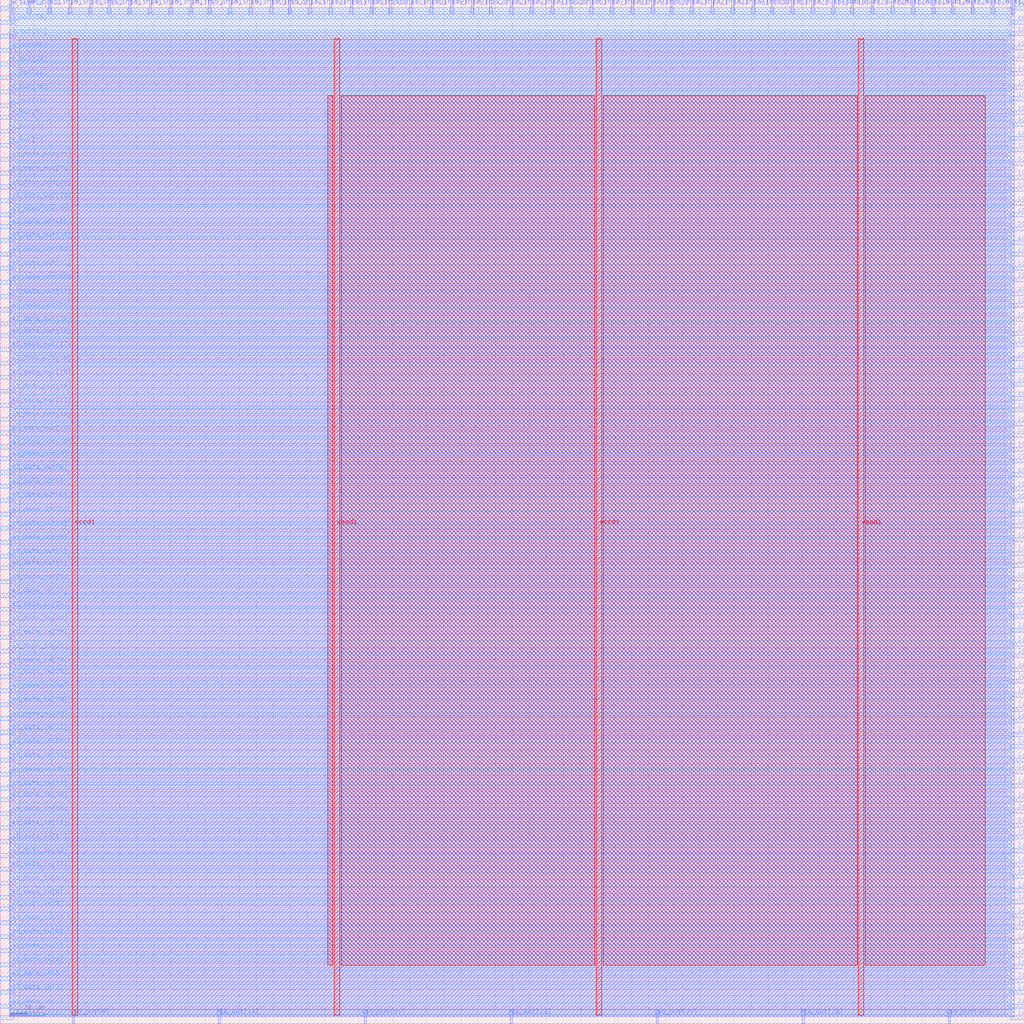
<source format=lef>
VERSION 5.7 ;
  NOWIREEXTENSIONATPIN ON ;
  DIVIDERCHAR "/" ;
  BUSBITCHARS "[]" ;
MACRO wrapped_vgademo_on_fpga
  CLASS BLOCK ;
  FOREIGN wrapped_vgademo_on_fpga ;
  ORIGIN 0.000 0.000 ;
  SIZE 300.000 BY 300.000 ;
  PIN active
    DIRECTION INPUT ;
    USE SIGNAL ;
    PORT
      LAYER met2 ;
        RECT 2.710 296.000 3.270 300.000 ;
    END
  END active
  PIN io_in[0]
    DIRECTION INPUT ;
    USE SIGNAL ;
    PORT
      LAYER met2 ;
        RECT 14.210 296.000 14.770 300.000 ;
    END
  END io_in[0]
  PIN io_in[10]
    DIRECTION INPUT ;
    USE SIGNAL ;
    PORT
      LAYER met2 ;
        RECT 73.090 296.000 73.650 300.000 ;
    END
  END io_in[10]
  PIN io_in[11]
    DIRECTION INPUT ;
    USE SIGNAL ;
    PORT
      LAYER met2 ;
        RECT 79.070 296.000 79.630 300.000 ;
    END
  END io_in[11]
  PIN io_in[12]
    DIRECTION INPUT ;
    USE SIGNAL ;
    PORT
      LAYER met2 ;
        RECT 84.590 296.000 85.150 300.000 ;
    END
  END io_in[12]
  PIN io_in[13]
    DIRECTION INPUT ;
    USE SIGNAL ;
    PORT
      LAYER met2 ;
        RECT 90.570 296.000 91.130 300.000 ;
    END
  END io_in[13]
  PIN io_in[14]
    DIRECTION INPUT ;
    USE SIGNAL ;
    PORT
      LAYER met2 ;
        RECT 96.550 296.000 97.110 300.000 ;
    END
  END io_in[14]
  PIN io_in[15]
    DIRECTION INPUT ;
    USE SIGNAL ;
    PORT
      LAYER met2 ;
        RECT 102.530 296.000 103.090 300.000 ;
    END
  END io_in[15]
  PIN io_in[16]
    DIRECTION INPUT ;
    USE SIGNAL ;
    PORT
      LAYER met2 ;
        RECT 108.510 296.000 109.070 300.000 ;
    END
  END io_in[16]
  PIN io_in[17]
    DIRECTION INPUT ;
    USE SIGNAL ;
    PORT
      LAYER met2 ;
        RECT 114.030 296.000 114.590 300.000 ;
    END
  END io_in[17]
  PIN io_in[18]
    DIRECTION INPUT ;
    USE SIGNAL ;
    PORT
      LAYER met2 ;
        RECT 120.010 296.000 120.570 300.000 ;
    END
  END io_in[18]
  PIN io_in[19]
    DIRECTION INPUT ;
    USE SIGNAL ;
    PORT
      LAYER met2 ;
        RECT 125.990 296.000 126.550 300.000 ;
    END
  END io_in[19]
  PIN io_in[1]
    DIRECTION INPUT ;
    USE SIGNAL ;
    PORT
      LAYER met2 ;
        RECT 20.190 296.000 20.750 300.000 ;
    END
  END io_in[1]
  PIN io_in[20]
    DIRECTION INPUT ;
    USE SIGNAL ;
    PORT
      LAYER met2 ;
        RECT 131.970 296.000 132.530 300.000 ;
    END
  END io_in[20]
  PIN io_in[21]
    DIRECTION INPUT ;
    USE SIGNAL ;
    PORT
      LAYER met2 ;
        RECT 137.950 296.000 138.510 300.000 ;
    END
  END io_in[21]
  PIN io_in[22]
    DIRECTION INPUT ;
    USE SIGNAL ;
    PORT
      LAYER met2 ;
        RECT 143.470 296.000 144.030 300.000 ;
    END
  END io_in[22]
  PIN io_in[23]
    DIRECTION INPUT ;
    USE SIGNAL ;
    PORT
      LAYER met2 ;
        RECT 149.450 296.000 150.010 300.000 ;
    END
  END io_in[23]
  PIN io_in[24]
    DIRECTION INPUT ;
    USE SIGNAL ;
    PORT
      LAYER met2 ;
        RECT 155.430 296.000 155.990 300.000 ;
    END
  END io_in[24]
  PIN io_in[25]
    DIRECTION INPUT ;
    USE SIGNAL ;
    PORT
      LAYER met2 ;
        RECT 161.410 296.000 161.970 300.000 ;
    END
  END io_in[25]
  PIN io_in[26]
    DIRECTION INPUT ;
    USE SIGNAL ;
    PORT
      LAYER met2 ;
        RECT 166.930 296.000 167.490 300.000 ;
    END
  END io_in[26]
  PIN io_in[27]
    DIRECTION INPUT ;
    USE SIGNAL ;
    PORT
      LAYER met2 ;
        RECT 172.910 296.000 173.470 300.000 ;
    END
  END io_in[27]
  PIN io_in[28]
    DIRECTION INPUT ;
    USE SIGNAL ;
    PORT
      LAYER met2 ;
        RECT 178.890 296.000 179.450 300.000 ;
    END
  END io_in[28]
  PIN io_in[29]
    DIRECTION INPUT ;
    USE SIGNAL ;
    PORT
      LAYER met2 ;
        RECT 184.870 296.000 185.430 300.000 ;
    END
  END io_in[29]
  PIN io_in[2]
    DIRECTION INPUT ;
    USE SIGNAL ;
    PORT
      LAYER met2 ;
        RECT 26.170 296.000 26.730 300.000 ;
    END
  END io_in[2]
  PIN io_in[30]
    DIRECTION INPUT ;
    USE SIGNAL ;
    PORT
      LAYER met2 ;
        RECT 190.850 296.000 191.410 300.000 ;
    END
  END io_in[30]
  PIN io_in[31]
    DIRECTION INPUT ;
    USE SIGNAL ;
    PORT
      LAYER met2 ;
        RECT 196.370 296.000 196.930 300.000 ;
    END
  END io_in[31]
  PIN io_in[32]
    DIRECTION INPUT ;
    USE SIGNAL ;
    PORT
      LAYER met2 ;
        RECT 202.350 296.000 202.910 300.000 ;
    END
  END io_in[32]
  PIN io_in[33]
    DIRECTION INPUT ;
    USE SIGNAL ;
    PORT
      LAYER met2 ;
        RECT 208.330 296.000 208.890 300.000 ;
    END
  END io_in[33]
  PIN io_in[34]
    DIRECTION INPUT ;
    USE SIGNAL ;
    PORT
      LAYER met2 ;
        RECT 214.310 296.000 214.870 300.000 ;
    END
  END io_in[34]
  PIN io_in[35]
    DIRECTION INPUT ;
    USE SIGNAL ;
    PORT
      LAYER met2 ;
        RECT 220.290 296.000 220.850 300.000 ;
    END
  END io_in[35]
  PIN io_in[36]
    DIRECTION INPUT ;
    USE SIGNAL ;
    PORT
      LAYER met2 ;
        RECT 225.810 296.000 226.370 300.000 ;
    END
  END io_in[36]
  PIN io_in[37]
    DIRECTION INPUT ;
    USE SIGNAL ;
    PORT
      LAYER met2 ;
        RECT 231.790 296.000 232.350 300.000 ;
    END
  END io_in[37]
  PIN io_in[3]
    DIRECTION INPUT ;
    USE SIGNAL ;
    PORT
      LAYER met2 ;
        RECT 31.690 296.000 32.250 300.000 ;
    END
  END io_in[3]
  PIN io_in[4]
    DIRECTION INPUT ;
    USE SIGNAL ;
    PORT
      LAYER met2 ;
        RECT 37.670 296.000 38.230 300.000 ;
    END
  END io_in[4]
  PIN io_in[5]
    DIRECTION INPUT ;
    USE SIGNAL ;
    PORT
      LAYER met2 ;
        RECT 43.650 296.000 44.210 300.000 ;
    END
  END io_in[5]
  PIN io_in[6]
    DIRECTION INPUT ;
    USE SIGNAL ;
    PORT
      LAYER met2 ;
        RECT 49.630 296.000 50.190 300.000 ;
    END
  END io_in[6]
  PIN io_in[7]
    DIRECTION INPUT ;
    USE SIGNAL ;
    PORT
      LAYER met2 ;
        RECT 55.610 296.000 56.170 300.000 ;
    END
  END io_in[7]
  PIN io_in[8]
    DIRECTION INPUT ;
    USE SIGNAL ;
    PORT
      LAYER met2 ;
        RECT 61.130 296.000 61.690 300.000 ;
    END
  END io_in[8]
  PIN io_in[9]
    DIRECTION INPUT ;
    USE SIGNAL ;
    PORT
      LAYER met2 ;
        RECT 67.110 296.000 67.670 300.000 ;
    END
  END io_in[9]
  PIN io_oeb[0]
    DIRECTION OUTPUT TRISTATE ;
    USE SIGNAL ;
    PORT
      LAYER met3 ;
        RECT 296.000 122.140 300.000 123.340 ;
    END
  END io_oeb[0]
  PIN io_oeb[10]
    DIRECTION OUTPUT TRISTATE ;
    USE SIGNAL ;
    PORT
      LAYER met3 ;
        RECT 296.000 160.220 300.000 161.420 ;
    END
  END io_oeb[10]
  PIN io_oeb[11]
    DIRECTION OUTPUT TRISTATE ;
    USE SIGNAL ;
    PORT
      LAYER met3 ;
        RECT 296.000 164.300 300.000 165.500 ;
    END
  END io_oeb[11]
  PIN io_oeb[12]
    DIRECTION OUTPUT TRISTATE ;
    USE SIGNAL ;
    PORT
      LAYER met3 ;
        RECT 296.000 167.700 300.000 168.900 ;
    END
  END io_oeb[12]
  PIN io_oeb[13]
    DIRECTION OUTPUT TRISTATE ;
    USE SIGNAL ;
    PORT
      LAYER met3 ;
        RECT 296.000 171.780 300.000 172.980 ;
    END
  END io_oeb[13]
  PIN io_oeb[14]
    DIRECTION OUTPUT TRISTATE ;
    USE SIGNAL ;
    PORT
      LAYER met3 ;
        RECT 296.000 175.180 300.000 176.380 ;
    END
  END io_oeb[14]
  PIN io_oeb[15]
    DIRECTION OUTPUT TRISTATE ;
    USE SIGNAL ;
    PORT
      LAYER met3 ;
        RECT 296.000 179.260 300.000 180.460 ;
    END
  END io_oeb[15]
  PIN io_oeb[16]
    DIRECTION OUTPUT TRISTATE ;
    USE SIGNAL ;
    PORT
      LAYER met3 ;
        RECT 296.000 182.660 300.000 183.860 ;
    END
  END io_oeb[16]
  PIN io_oeb[17]
    DIRECTION OUTPUT TRISTATE ;
    USE SIGNAL ;
    PORT
      LAYER met3 ;
        RECT 296.000 186.740 300.000 187.940 ;
    END
  END io_oeb[17]
  PIN io_oeb[18]
    DIRECTION OUTPUT TRISTATE ;
    USE SIGNAL ;
    PORT
      LAYER met3 ;
        RECT 296.000 190.820 300.000 192.020 ;
    END
  END io_oeb[18]
  PIN io_oeb[19]
    DIRECTION OUTPUT TRISTATE ;
    USE SIGNAL ;
    PORT
      LAYER met3 ;
        RECT 296.000 194.220 300.000 195.420 ;
    END
  END io_oeb[19]
  PIN io_oeb[1]
    DIRECTION OUTPUT TRISTATE ;
    USE SIGNAL ;
    PORT
      LAYER met3 ;
        RECT 296.000 126.220 300.000 127.420 ;
    END
  END io_oeb[1]
  PIN io_oeb[20]
    DIRECTION OUTPUT TRISTATE ;
    USE SIGNAL ;
    PORT
      LAYER met3 ;
        RECT 296.000 198.300 300.000 199.500 ;
    END
  END io_oeb[20]
  PIN io_oeb[21]
    DIRECTION OUTPUT TRISTATE ;
    USE SIGNAL ;
    PORT
      LAYER met3 ;
        RECT 296.000 201.700 300.000 202.900 ;
    END
  END io_oeb[21]
  PIN io_oeb[22]
    DIRECTION OUTPUT TRISTATE ;
    USE SIGNAL ;
    PORT
      LAYER met3 ;
        RECT 296.000 205.780 300.000 206.980 ;
    END
  END io_oeb[22]
  PIN io_oeb[23]
    DIRECTION OUTPUT TRISTATE ;
    USE SIGNAL ;
    PORT
      LAYER met3 ;
        RECT 296.000 209.860 300.000 211.060 ;
    END
  END io_oeb[23]
  PIN io_oeb[24]
    DIRECTION OUTPUT TRISTATE ;
    USE SIGNAL ;
    PORT
      LAYER met3 ;
        RECT 296.000 213.260 300.000 214.460 ;
    END
  END io_oeb[24]
  PIN io_oeb[25]
    DIRECTION OUTPUT TRISTATE ;
    USE SIGNAL ;
    PORT
      LAYER met3 ;
        RECT 296.000 217.340 300.000 218.540 ;
    END
  END io_oeb[25]
  PIN io_oeb[26]
    DIRECTION OUTPUT TRISTATE ;
    USE SIGNAL ;
    PORT
      LAYER met3 ;
        RECT 296.000 220.740 300.000 221.940 ;
    END
  END io_oeb[26]
  PIN io_oeb[27]
    DIRECTION OUTPUT TRISTATE ;
    USE SIGNAL ;
    PORT
      LAYER met3 ;
        RECT 296.000 224.820 300.000 226.020 ;
    END
  END io_oeb[27]
  PIN io_oeb[28]
    DIRECTION OUTPUT TRISTATE ;
    USE SIGNAL ;
    PORT
      LAYER met3 ;
        RECT 296.000 228.220 300.000 229.420 ;
    END
  END io_oeb[28]
  PIN io_oeb[29]
    DIRECTION OUTPUT TRISTATE ;
    USE SIGNAL ;
    PORT
      LAYER met3 ;
        RECT 296.000 232.300 300.000 233.500 ;
    END
  END io_oeb[29]
  PIN io_oeb[2]
    DIRECTION OUTPUT TRISTATE ;
    USE SIGNAL ;
    PORT
      LAYER met3 ;
        RECT 296.000 129.620 300.000 130.820 ;
    END
  END io_oeb[2]
  PIN io_oeb[30]
    DIRECTION OUTPUT TRISTATE ;
    USE SIGNAL ;
    PORT
      LAYER met3 ;
        RECT 296.000 236.380 300.000 237.580 ;
    END
  END io_oeb[30]
  PIN io_oeb[31]
    DIRECTION OUTPUT TRISTATE ;
    USE SIGNAL ;
    PORT
      LAYER met3 ;
        RECT 296.000 239.780 300.000 240.980 ;
    END
  END io_oeb[31]
  PIN io_oeb[32]
    DIRECTION OUTPUT TRISTATE ;
    USE SIGNAL ;
    PORT
      LAYER met3 ;
        RECT 296.000 243.860 300.000 245.060 ;
    END
  END io_oeb[32]
  PIN io_oeb[33]
    DIRECTION OUTPUT TRISTATE ;
    USE SIGNAL ;
    PORT
      LAYER met3 ;
        RECT 296.000 247.260 300.000 248.460 ;
    END
  END io_oeb[33]
  PIN io_oeb[34]
    DIRECTION OUTPUT TRISTATE ;
    USE SIGNAL ;
    PORT
      LAYER met3 ;
        RECT 296.000 251.340 300.000 252.540 ;
    END
  END io_oeb[34]
  PIN io_oeb[35]
    DIRECTION OUTPUT TRISTATE ;
    USE SIGNAL ;
    PORT
      LAYER met3 ;
        RECT 296.000 255.420 300.000 256.620 ;
    END
  END io_oeb[35]
  PIN io_oeb[36]
    DIRECTION OUTPUT TRISTATE ;
    USE SIGNAL ;
    PORT
      LAYER met3 ;
        RECT 296.000 258.820 300.000 260.020 ;
    END
  END io_oeb[36]
  PIN io_oeb[37]
    DIRECTION OUTPUT TRISTATE ;
    USE SIGNAL ;
    PORT
      LAYER met3 ;
        RECT 296.000 262.900 300.000 264.100 ;
    END
  END io_oeb[37]
  PIN io_oeb[3]
    DIRECTION OUTPUT TRISTATE ;
    USE SIGNAL ;
    PORT
      LAYER met3 ;
        RECT 296.000 133.700 300.000 134.900 ;
    END
  END io_oeb[3]
  PIN io_oeb[4]
    DIRECTION OUTPUT TRISTATE ;
    USE SIGNAL ;
    PORT
      LAYER met3 ;
        RECT 296.000 137.100 300.000 138.300 ;
    END
  END io_oeb[4]
  PIN io_oeb[5]
    DIRECTION OUTPUT TRISTATE ;
    USE SIGNAL ;
    PORT
      LAYER met3 ;
        RECT 296.000 141.180 300.000 142.380 ;
    END
  END io_oeb[5]
  PIN io_oeb[6]
    DIRECTION OUTPUT TRISTATE ;
    USE SIGNAL ;
    PORT
      LAYER met3 ;
        RECT 296.000 145.260 300.000 146.460 ;
    END
  END io_oeb[6]
  PIN io_oeb[7]
    DIRECTION OUTPUT TRISTATE ;
    USE SIGNAL ;
    PORT
      LAYER met3 ;
        RECT 296.000 148.660 300.000 149.860 ;
    END
  END io_oeb[7]
  PIN io_oeb[8]
    DIRECTION OUTPUT TRISTATE ;
    USE SIGNAL ;
    PORT
      LAYER met3 ;
        RECT 296.000 152.740 300.000 153.940 ;
    END
  END io_oeb[8]
  PIN io_oeb[9]
    DIRECTION OUTPUT TRISTATE ;
    USE SIGNAL ;
    PORT
      LAYER met3 ;
        RECT 296.000 156.140 300.000 157.340 ;
    END
  END io_oeb[9]
  PIN io_out[0]
    DIRECTION OUTPUT TRISTATE ;
    USE SIGNAL ;
    PORT
      LAYER met3 ;
        RECT 296.000 266.300 300.000 267.500 ;
    END
  END io_out[0]
  PIN io_out[10]
    DIRECTION OUTPUT TRISTATE ;
    USE SIGNAL ;
    PORT
      LAYER met3 ;
        RECT 0.000 268.340 4.000 269.540 ;
    END
  END io_out[10]
  PIN io_out[11]
    DIRECTION OUTPUT TRISTATE ;
    USE SIGNAL ;
    PORT
      LAYER met3 ;
        RECT 296.000 277.860 300.000 279.060 ;
    END
  END io_out[11]
  PIN io_out[12]
    DIRECTION OUTPUT TRISTATE ;
    USE SIGNAL ;
    PORT
      LAYER met3 ;
        RECT 296.000 281.940 300.000 283.140 ;
    END
  END io_out[12]
  PIN io_out[13]
    DIRECTION OUTPUT TRISTATE ;
    USE SIGNAL ;
    PORT
      LAYER met3 ;
        RECT 296.000 285.340 300.000 286.540 ;
    END
  END io_out[13]
  PIN io_out[14]
    DIRECTION OUTPUT TRISTATE ;
    USE SIGNAL ;
    PORT
      LAYER met2 ;
        RECT 63.890 0.000 64.450 4.000 ;
    END
  END io_out[14]
  PIN io_out[15]
    DIRECTION OUTPUT TRISTATE ;
    USE SIGNAL ;
    PORT
      LAYER met2 ;
        RECT 255.250 296.000 255.810 300.000 ;
    END
  END io_out[15]
  PIN io_out[16]
    DIRECTION OUTPUT TRISTATE ;
    USE SIGNAL ;
    PORT
      LAYER met3 ;
        RECT 0.000 272.420 4.000 273.620 ;
    END
  END io_out[16]
  PIN io_out[17]
    DIRECTION OUTPUT TRISTATE ;
    USE SIGNAL ;
    PORT
      LAYER met3 ;
        RECT 296.000 289.420 300.000 290.620 ;
    END
  END io_out[17]
  PIN io_out[18]
    DIRECTION OUTPUT TRISTATE ;
    USE SIGNAL ;
    PORT
      LAYER met2 ;
        RECT 261.230 296.000 261.790 300.000 ;
    END
  END io_out[18]
  PIN io_out[19]
    DIRECTION OUTPUT TRISTATE ;
    USE SIGNAL ;
    PORT
      LAYER met2 ;
        RECT 267.210 296.000 267.770 300.000 ;
    END
  END io_out[19]
  PIN io_out[1]
    DIRECTION OUTPUT TRISTATE ;
    USE SIGNAL ;
    PORT
      LAYER met3 ;
        RECT 296.000 270.380 300.000 271.580 ;
    END
  END io_out[1]
  PIN io_out[20]
    DIRECTION OUTPUT TRISTATE ;
    USE SIGNAL ;
    PORT
      LAYER met2 ;
        RECT 273.190 296.000 273.750 300.000 ;
    END
  END io_out[20]
  PIN io_out[21]
    DIRECTION OUTPUT TRISTATE ;
    USE SIGNAL ;
    PORT
      LAYER met2 ;
        RECT 106.670 0.000 107.230 4.000 ;
    END
  END io_out[21]
  PIN io_out[22]
    DIRECTION OUTPUT TRISTATE ;
    USE SIGNAL ;
    PORT
      LAYER met3 ;
        RECT 0.000 276.500 4.000 277.700 ;
    END
  END io_out[22]
  PIN io_out[23]
    DIRECTION OUTPUT TRISTATE ;
    USE SIGNAL ;
    PORT
      LAYER met2 ;
        RECT 149.450 0.000 150.010 4.000 ;
    END
  END io_out[23]
  PIN io_out[24]
    DIRECTION OUTPUT TRISTATE ;
    USE SIGNAL ;
    PORT
      LAYER met2 ;
        RECT 278.710 296.000 279.270 300.000 ;
    END
  END io_out[24]
  PIN io_out[25]
    DIRECTION OUTPUT TRISTATE ;
    USE SIGNAL ;
    PORT
      LAYER met3 ;
        RECT 296.000 292.820 300.000 294.020 ;
    END
  END io_out[25]
  PIN io_out[26]
    DIRECTION OUTPUT TRISTATE ;
    USE SIGNAL ;
    PORT
      LAYER met3 ;
        RECT 0.000 280.580 4.000 281.780 ;
    END
  END io_out[26]
  PIN io_out[27]
    DIRECTION OUTPUT TRISTATE ;
    USE SIGNAL ;
    PORT
      LAYER met2 ;
        RECT 192.230 0.000 192.790 4.000 ;
    END
  END io_out[27]
  PIN io_out[28]
    DIRECTION OUTPUT TRISTATE ;
    USE SIGNAL ;
    PORT
      LAYER met2 ;
        RECT 235.010 0.000 235.570 4.000 ;
    END
  END io_out[28]
  PIN io_out[29]
    DIRECTION OUTPUT TRISTATE ;
    USE SIGNAL ;
    PORT
      LAYER met3 ;
        RECT 296.000 296.900 300.000 298.100 ;
    END
  END io_out[29]
  PIN io_out[2]
    DIRECTION OUTPUT TRISTATE ;
    USE SIGNAL ;
    PORT
      LAYER met3 ;
        RECT 0.000 256.780 4.000 257.980 ;
    END
  END io_out[2]
  PIN io_out[30]
    DIRECTION OUTPUT TRISTATE ;
    USE SIGNAL ;
    PORT
      LAYER met2 ;
        RECT 284.690 296.000 285.250 300.000 ;
    END
  END io_out[30]
  PIN io_out[31]
    DIRECTION OUTPUT TRISTATE ;
    USE SIGNAL ;
    PORT
      LAYER met2 ;
        RECT 290.670 296.000 291.230 300.000 ;
    END
  END io_out[31]
  PIN io_out[32]
    DIRECTION OUTPUT TRISTATE ;
    USE SIGNAL ;
    PORT
      LAYER met3 ;
        RECT 0.000 284.660 4.000 285.860 ;
    END
  END io_out[32]
  PIN io_out[33]
    DIRECTION OUTPUT TRISTATE ;
    USE SIGNAL ;
    PORT
      LAYER met3 ;
        RECT 0.000 288.740 4.000 289.940 ;
    END
  END io_out[33]
  PIN io_out[34]
    DIRECTION OUTPUT TRISTATE ;
    USE SIGNAL ;
    PORT
      LAYER met3 ;
        RECT 0.000 292.820 4.000 294.020 ;
    END
  END io_out[34]
  PIN io_out[35]
    DIRECTION OUTPUT TRISTATE ;
    USE SIGNAL ;
    PORT
      LAYER met2 ;
        RECT 296.650 296.000 297.210 300.000 ;
    END
  END io_out[35]
  PIN io_out[36]
    DIRECTION OUTPUT TRISTATE ;
    USE SIGNAL ;
    PORT
      LAYER met3 ;
        RECT 0.000 296.900 4.000 298.100 ;
    END
  END io_out[36]
  PIN io_out[37]
    DIRECTION OUTPUT TRISTATE ;
    USE SIGNAL ;
    PORT
      LAYER met2 ;
        RECT 277.790 0.000 278.350 4.000 ;
    END
  END io_out[37]
  PIN io_out[3]
    DIRECTION OUTPUT TRISTATE ;
    USE SIGNAL ;
    PORT
      LAYER met3 ;
        RECT 0.000 260.860 4.000 262.060 ;
    END
  END io_out[3]
  PIN io_out[4]
    DIRECTION OUTPUT TRISTATE ;
    USE SIGNAL ;
    PORT
      LAYER met2 ;
        RECT 237.770 296.000 238.330 300.000 ;
    END
  END io_out[4]
  PIN io_out[5]
    DIRECTION OUTPUT TRISTATE ;
    USE SIGNAL ;
    PORT
      LAYER met3 ;
        RECT 0.000 264.940 4.000 266.140 ;
    END
  END io_out[5]
  PIN io_out[6]
    DIRECTION OUTPUT TRISTATE ;
    USE SIGNAL ;
    PORT
      LAYER met2 ;
        RECT 243.750 296.000 244.310 300.000 ;
    END
  END io_out[6]
  PIN io_out[7]
    DIRECTION OUTPUT TRISTATE ;
    USE SIGNAL ;
    PORT
      LAYER met2 ;
        RECT 249.270 296.000 249.830 300.000 ;
    END
  END io_out[7]
  PIN io_out[8]
    DIRECTION OUTPUT TRISTATE ;
    USE SIGNAL ;
    PORT
      LAYER met2 ;
        RECT 21.110 0.000 21.670 4.000 ;
    END
  END io_out[8]
  PIN io_out[9]
    DIRECTION OUTPUT TRISTATE ;
    USE SIGNAL ;
    PORT
      LAYER met3 ;
        RECT 296.000 273.780 300.000 274.980 ;
    END
  END io_out[9]
  PIN la1_data_in[0]
    DIRECTION INPUT ;
    USE SIGNAL ;
    PORT
      LAYER met3 ;
        RECT 0.000 1.100 4.000 2.300 ;
    END
  END la1_data_in[0]
  PIN la1_data_in[10]
    DIRECTION INPUT ;
    USE SIGNAL ;
    PORT
      LAYER met3 ;
        RECT 0.000 40.540 4.000 41.740 ;
    END
  END la1_data_in[10]
  PIN la1_data_in[11]
    DIRECTION INPUT ;
    USE SIGNAL ;
    PORT
      LAYER met3 ;
        RECT 0.000 44.620 4.000 45.820 ;
    END
  END la1_data_in[11]
  PIN la1_data_in[12]
    DIRECTION INPUT ;
    USE SIGNAL ;
    PORT
      LAYER met3 ;
        RECT 0.000 48.700 4.000 49.900 ;
    END
  END la1_data_in[12]
  PIN la1_data_in[13]
    DIRECTION INPUT ;
    USE SIGNAL ;
    PORT
      LAYER met3 ;
        RECT 0.000 52.780 4.000 53.980 ;
    END
  END la1_data_in[13]
  PIN la1_data_in[14]
    DIRECTION INPUT ;
    USE SIGNAL ;
    PORT
      LAYER met3 ;
        RECT 0.000 56.860 4.000 58.060 ;
    END
  END la1_data_in[14]
  PIN la1_data_in[15]
    DIRECTION INPUT ;
    USE SIGNAL ;
    PORT
      LAYER met3 ;
        RECT 0.000 60.940 4.000 62.140 ;
    END
  END la1_data_in[15]
  PIN la1_data_in[16]
    DIRECTION INPUT ;
    USE SIGNAL ;
    PORT
      LAYER met3 ;
        RECT 0.000 65.020 4.000 66.220 ;
    END
  END la1_data_in[16]
  PIN la1_data_in[17]
    DIRECTION INPUT ;
    USE SIGNAL ;
    PORT
      LAYER met3 ;
        RECT 0.000 68.420 4.000 69.620 ;
    END
  END la1_data_in[17]
  PIN la1_data_in[18]
    DIRECTION INPUT ;
    USE SIGNAL ;
    PORT
      LAYER met3 ;
        RECT 0.000 72.500 4.000 73.700 ;
    END
  END la1_data_in[18]
  PIN la1_data_in[19]
    DIRECTION INPUT ;
    USE SIGNAL ;
    PORT
      LAYER met3 ;
        RECT 0.000 76.580 4.000 77.780 ;
    END
  END la1_data_in[19]
  PIN la1_data_in[1]
    DIRECTION INPUT ;
    USE SIGNAL ;
    PORT
      LAYER met3 ;
        RECT 0.000 4.500 4.000 5.700 ;
    END
  END la1_data_in[1]
  PIN la1_data_in[20]
    DIRECTION INPUT ;
    USE SIGNAL ;
    PORT
      LAYER met3 ;
        RECT 0.000 80.660 4.000 81.860 ;
    END
  END la1_data_in[20]
  PIN la1_data_in[21]
    DIRECTION INPUT ;
    USE SIGNAL ;
    PORT
      LAYER met3 ;
        RECT 0.000 84.740 4.000 85.940 ;
    END
  END la1_data_in[21]
  PIN la1_data_in[22]
    DIRECTION INPUT ;
    USE SIGNAL ;
    PORT
      LAYER met3 ;
        RECT 0.000 88.820 4.000 90.020 ;
    END
  END la1_data_in[22]
  PIN la1_data_in[23]
    DIRECTION INPUT ;
    USE SIGNAL ;
    PORT
      LAYER met3 ;
        RECT 0.000 92.900 4.000 94.100 ;
    END
  END la1_data_in[23]
  PIN la1_data_in[24]
    DIRECTION INPUT ;
    USE SIGNAL ;
    PORT
      LAYER met3 ;
        RECT 0.000 96.980 4.000 98.180 ;
    END
  END la1_data_in[24]
  PIN la1_data_in[25]
    DIRECTION INPUT ;
    USE SIGNAL ;
    PORT
      LAYER met3 ;
        RECT 0.000 101.060 4.000 102.260 ;
    END
  END la1_data_in[25]
  PIN la1_data_in[26]
    DIRECTION INPUT ;
    USE SIGNAL ;
    PORT
      LAYER met3 ;
        RECT 0.000 104.460 4.000 105.660 ;
    END
  END la1_data_in[26]
  PIN la1_data_in[27]
    DIRECTION INPUT ;
    USE SIGNAL ;
    PORT
      LAYER met3 ;
        RECT 0.000 108.540 4.000 109.740 ;
    END
  END la1_data_in[27]
  PIN la1_data_in[28]
    DIRECTION INPUT ;
    USE SIGNAL ;
    PORT
      LAYER met3 ;
        RECT 0.000 112.620 4.000 113.820 ;
    END
  END la1_data_in[28]
  PIN la1_data_in[29]
    DIRECTION INPUT ;
    USE SIGNAL ;
    PORT
      LAYER met3 ;
        RECT 0.000 116.700 4.000 117.900 ;
    END
  END la1_data_in[29]
  PIN la1_data_in[2]
    DIRECTION INPUT ;
    USE SIGNAL ;
    PORT
      LAYER met3 ;
        RECT 0.000 8.580 4.000 9.780 ;
    END
  END la1_data_in[2]
  PIN la1_data_in[30]
    DIRECTION INPUT ;
    USE SIGNAL ;
    PORT
      LAYER met3 ;
        RECT 0.000 120.780 4.000 121.980 ;
    END
  END la1_data_in[30]
  PIN la1_data_in[31]
    DIRECTION INPUT ;
    USE SIGNAL ;
    PORT
      LAYER met3 ;
        RECT 0.000 124.860 4.000 126.060 ;
    END
  END la1_data_in[31]
  PIN la1_data_in[3]
    DIRECTION INPUT ;
    USE SIGNAL ;
    PORT
      LAYER met3 ;
        RECT 0.000 12.660 4.000 13.860 ;
    END
  END la1_data_in[3]
  PIN la1_data_in[4]
    DIRECTION INPUT ;
    USE SIGNAL ;
    PORT
      LAYER met3 ;
        RECT 0.000 16.740 4.000 17.940 ;
    END
  END la1_data_in[4]
  PIN la1_data_in[5]
    DIRECTION INPUT ;
    USE SIGNAL ;
    PORT
      LAYER met3 ;
        RECT 0.000 20.820 4.000 22.020 ;
    END
  END la1_data_in[5]
  PIN la1_data_in[6]
    DIRECTION INPUT ;
    USE SIGNAL ;
    PORT
      LAYER met3 ;
        RECT 0.000 24.900 4.000 26.100 ;
    END
  END la1_data_in[6]
  PIN la1_data_in[7]
    DIRECTION INPUT ;
    USE SIGNAL ;
    PORT
      LAYER met3 ;
        RECT 0.000 28.980 4.000 30.180 ;
    END
  END la1_data_in[7]
  PIN la1_data_in[8]
    DIRECTION INPUT ;
    USE SIGNAL ;
    PORT
      LAYER met3 ;
        RECT 0.000 33.060 4.000 34.260 ;
    END
  END la1_data_in[8]
  PIN la1_data_in[9]
    DIRECTION INPUT ;
    USE SIGNAL ;
    PORT
      LAYER met3 ;
        RECT 0.000 36.460 4.000 37.660 ;
    END
  END la1_data_in[9]
  PIN la1_data_out[0]
    DIRECTION OUTPUT TRISTATE ;
    USE SIGNAL ;
    PORT
      LAYER met3 ;
        RECT 0.000 128.940 4.000 130.140 ;
    END
  END la1_data_out[0]
  PIN la1_data_out[10]
    DIRECTION OUTPUT TRISTATE ;
    USE SIGNAL ;
    PORT
      LAYER met3 ;
        RECT 0.000 168.380 4.000 169.580 ;
    END
  END la1_data_out[10]
  PIN la1_data_out[11]
    DIRECTION OUTPUT TRISTATE ;
    USE SIGNAL ;
    PORT
      LAYER met3 ;
        RECT 0.000 172.460 4.000 173.660 ;
    END
  END la1_data_out[11]
  PIN la1_data_out[12]
    DIRECTION OUTPUT TRISTATE ;
    USE SIGNAL ;
    PORT
      LAYER met3 ;
        RECT 0.000 176.540 4.000 177.740 ;
    END
  END la1_data_out[12]
  PIN la1_data_out[13]
    DIRECTION OUTPUT TRISTATE ;
    USE SIGNAL ;
    PORT
      LAYER met3 ;
        RECT 0.000 180.620 4.000 181.820 ;
    END
  END la1_data_out[13]
  PIN la1_data_out[14]
    DIRECTION OUTPUT TRISTATE ;
    USE SIGNAL ;
    PORT
      LAYER met3 ;
        RECT 0.000 184.700 4.000 185.900 ;
    END
  END la1_data_out[14]
  PIN la1_data_out[15]
    DIRECTION OUTPUT TRISTATE ;
    USE SIGNAL ;
    PORT
      LAYER met3 ;
        RECT 0.000 188.780 4.000 189.980 ;
    END
  END la1_data_out[15]
  PIN la1_data_out[16]
    DIRECTION OUTPUT TRISTATE ;
    USE SIGNAL ;
    PORT
      LAYER met3 ;
        RECT 0.000 192.860 4.000 194.060 ;
    END
  END la1_data_out[16]
  PIN la1_data_out[17]
    DIRECTION OUTPUT TRISTATE ;
    USE SIGNAL ;
    PORT
      LAYER met3 ;
        RECT 0.000 196.940 4.000 198.140 ;
    END
  END la1_data_out[17]
  PIN la1_data_out[18]
    DIRECTION OUTPUT TRISTATE ;
    USE SIGNAL ;
    PORT
      LAYER met3 ;
        RECT 0.000 201.020 4.000 202.220 ;
    END
  END la1_data_out[18]
  PIN la1_data_out[19]
    DIRECTION OUTPUT TRISTATE ;
    USE SIGNAL ;
    PORT
      LAYER met3 ;
        RECT 0.000 204.420 4.000 205.620 ;
    END
  END la1_data_out[19]
  PIN la1_data_out[1]
    DIRECTION OUTPUT TRISTATE ;
    USE SIGNAL ;
    PORT
      LAYER met3 ;
        RECT 0.000 133.020 4.000 134.220 ;
    END
  END la1_data_out[1]
  PIN la1_data_out[20]
    DIRECTION OUTPUT TRISTATE ;
    USE SIGNAL ;
    PORT
      LAYER met3 ;
        RECT 0.000 208.500 4.000 209.700 ;
    END
  END la1_data_out[20]
  PIN la1_data_out[21]
    DIRECTION OUTPUT TRISTATE ;
    USE SIGNAL ;
    PORT
      LAYER met3 ;
        RECT 0.000 212.580 4.000 213.780 ;
    END
  END la1_data_out[21]
  PIN la1_data_out[22]
    DIRECTION OUTPUT TRISTATE ;
    USE SIGNAL ;
    PORT
      LAYER met3 ;
        RECT 0.000 216.660 4.000 217.860 ;
    END
  END la1_data_out[22]
  PIN la1_data_out[23]
    DIRECTION OUTPUT TRISTATE ;
    USE SIGNAL ;
    PORT
      LAYER met3 ;
        RECT 0.000 220.740 4.000 221.940 ;
    END
  END la1_data_out[23]
  PIN la1_data_out[24]
    DIRECTION OUTPUT TRISTATE ;
    USE SIGNAL ;
    PORT
      LAYER met3 ;
        RECT 0.000 224.820 4.000 226.020 ;
    END
  END la1_data_out[24]
  PIN la1_data_out[25]
    DIRECTION OUTPUT TRISTATE ;
    USE SIGNAL ;
    PORT
      LAYER met3 ;
        RECT 0.000 228.900 4.000 230.100 ;
    END
  END la1_data_out[25]
  PIN la1_data_out[26]
    DIRECTION OUTPUT TRISTATE ;
    USE SIGNAL ;
    PORT
      LAYER met3 ;
        RECT 0.000 232.980 4.000 234.180 ;
    END
  END la1_data_out[26]
  PIN la1_data_out[27]
    DIRECTION OUTPUT TRISTATE ;
    USE SIGNAL ;
    PORT
      LAYER met3 ;
        RECT 0.000 236.380 4.000 237.580 ;
    END
  END la1_data_out[27]
  PIN la1_data_out[28]
    DIRECTION OUTPUT TRISTATE ;
    USE SIGNAL ;
    PORT
      LAYER met3 ;
        RECT 0.000 240.460 4.000 241.660 ;
    END
  END la1_data_out[28]
  PIN la1_data_out[29]
    DIRECTION OUTPUT TRISTATE ;
    USE SIGNAL ;
    PORT
      LAYER met3 ;
        RECT 0.000 244.540 4.000 245.740 ;
    END
  END la1_data_out[29]
  PIN la1_data_out[2]
    DIRECTION OUTPUT TRISTATE ;
    USE SIGNAL ;
    PORT
      LAYER met3 ;
        RECT 0.000 136.420 4.000 137.620 ;
    END
  END la1_data_out[2]
  PIN la1_data_out[30]
    DIRECTION OUTPUT TRISTATE ;
    USE SIGNAL ;
    PORT
      LAYER met3 ;
        RECT 0.000 248.620 4.000 249.820 ;
    END
  END la1_data_out[30]
  PIN la1_data_out[31]
    DIRECTION OUTPUT TRISTATE ;
    USE SIGNAL ;
    PORT
      LAYER met3 ;
        RECT 0.000 252.700 4.000 253.900 ;
    END
  END la1_data_out[31]
  PIN la1_data_out[3]
    DIRECTION OUTPUT TRISTATE ;
    USE SIGNAL ;
    PORT
      LAYER met3 ;
        RECT 0.000 140.500 4.000 141.700 ;
    END
  END la1_data_out[3]
  PIN la1_data_out[4]
    DIRECTION OUTPUT TRISTATE ;
    USE SIGNAL ;
    PORT
      LAYER met3 ;
        RECT 0.000 144.580 4.000 145.780 ;
    END
  END la1_data_out[4]
  PIN la1_data_out[5]
    DIRECTION OUTPUT TRISTATE ;
    USE SIGNAL ;
    PORT
      LAYER met3 ;
        RECT 0.000 148.660 4.000 149.860 ;
    END
  END la1_data_out[5]
  PIN la1_data_out[6]
    DIRECTION OUTPUT TRISTATE ;
    USE SIGNAL ;
    PORT
      LAYER met3 ;
        RECT 0.000 152.740 4.000 153.940 ;
    END
  END la1_data_out[6]
  PIN la1_data_out[7]
    DIRECTION OUTPUT TRISTATE ;
    USE SIGNAL ;
    PORT
      LAYER met3 ;
        RECT 0.000 156.820 4.000 158.020 ;
    END
  END la1_data_out[7]
  PIN la1_data_out[8]
    DIRECTION OUTPUT TRISTATE ;
    USE SIGNAL ;
    PORT
      LAYER met3 ;
        RECT 0.000 160.900 4.000 162.100 ;
    END
  END la1_data_out[8]
  PIN la1_data_out[9]
    DIRECTION OUTPUT TRISTATE ;
    USE SIGNAL ;
    PORT
      LAYER met3 ;
        RECT 0.000 164.980 4.000 166.180 ;
    END
  END la1_data_out[9]
  PIN la1_oenb[0]
    DIRECTION INPUT ;
    USE SIGNAL ;
    PORT
      LAYER met3 ;
        RECT 296.000 1.100 300.000 2.300 ;
    END
  END la1_oenb[0]
  PIN la1_oenb[10]
    DIRECTION INPUT ;
    USE SIGNAL ;
    PORT
      LAYER met3 ;
        RECT 296.000 38.500 300.000 39.700 ;
    END
  END la1_oenb[10]
  PIN la1_oenb[11]
    DIRECTION INPUT ;
    USE SIGNAL ;
    PORT
      LAYER met3 ;
        RECT 296.000 42.580 300.000 43.780 ;
    END
  END la1_oenb[11]
  PIN la1_oenb[12]
    DIRECTION INPUT ;
    USE SIGNAL ;
    PORT
      LAYER met3 ;
        RECT 296.000 45.980 300.000 47.180 ;
    END
  END la1_oenb[12]
  PIN la1_oenb[13]
    DIRECTION INPUT ;
    USE SIGNAL ;
    PORT
      LAYER met3 ;
        RECT 296.000 50.060 300.000 51.260 ;
    END
  END la1_oenb[13]
  PIN la1_oenb[14]
    DIRECTION INPUT ;
    USE SIGNAL ;
    PORT
      LAYER met3 ;
        RECT 296.000 54.140 300.000 55.340 ;
    END
  END la1_oenb[14]
  PIN la1_oenb[15]
    DIRECTION INPUT ;
    USE SIGNAL ;
    PORT
      LAYER met3 ;
        RECT 296.000 57.540 300.000 58.740 ;
    END
  END la1_oenb[15]
  PIN la1_oenb[16]
    DIRECTION INPUT ;
    USE SIGNAL ;
    PORT
      LAYER met3 ;
        RECT 296.000 61.620 300.000 62.820 ;
    END
  END la1_oenb[16]
  PIN la1_oenb[17]
    DIRECTION INPUT ;
    USE SIGNAL ;
    PORT
      LAYER met3 ;
        RECT 296.000 65.020 300.000 66.220 ;
    END
  END la1_oenb[17]
  PIN la1_oenb[18]
    DIRECTION INPUT ;
    USE SIGNAL ;
    PORT
      LAYER met3 ;
        RECT 296.000 69.100 300.000 70.300 ;
    END
  END la1_oenb[18]
  PIN la1_oenb[19]
    DIRECTION INPUT ;
    USE SIGNAL ;
    PORT
      LAYER met3 ;
        RECT 296.000 73.180 300.000 74.380 ;
    END
  END la1_oenb[19]
  PIN la1_oenb[1]
    DIRECTION INPUT ;
    USE SIGNAL ;
    PORT
      LAYER met3 ;
        RECT 296.000 4.500 300.000 5.700 ;
    END
  END la1_oenb[1]
  PIN la1_oenb[20]
    DIRECTION INPUT ;
    USE SIGNAL ;
    PORT
      LAYER met3 ;
        RECT 296.000 76.580 300.000 77.780 ;
    END
  END la1_oenb[20]
  PIN la1_oenb[21]
    DIRECTION INPUT ;
    USE SIGNAL ;
    PORT
      LAYER met3 ;
        RECT 296.000 80.660 300.000 81.860 ;
    END
  END la1_oenb[21]
  PIN la1_oenb[22]
    DIRECTION INPUT ;
    USE SIGNAL ;
    PORT
      LAYER met3 ;
        RECT 296.000 84.060 300.000 85.260 ;
    END
  END la1_oenb[22]
  PIN la1_oenb[23]
    DIRECTION INPUT ;
    USE SIGNAL ;
    PORT
      LAYER met3 ;
        RECT 296.000 88.140 300.000 89.340 ;
    END
  END la1_oenb[23]
  PIN la1_oenb[24]
    DIRECTION INPUT ;
    USE SIGNAL ;
    PORT
      LAYER met3 ;
        RECT 296.000 91.540 300.000 92.740 ;
    END
  END la1_oenb[24]
  PIN la1_oenb[25]
    DIRECTION INPUT ;
    USE SIGNAL ;
    PORT
      LAYER met3 ;
        RECT 296.000 95.620 300.000 96.820 ;
    END
  END la1_oenb[25]
  PIN la1_oenb[26]
    DIRECTION INPUT ;
    USE SIGNAL ;
    PORT
      LAYER met3 ;
        RECT 296.000 99.700 300.000 100.900 ;
    END
  END la1_oenb[26]
  PIN la1_oenb[27]
    DIRECTION INPUT ;
    USE SIGNAL ;
    PORT
      LAYER met3 ;
        RECT 296.000 103.100 300.000 104.300 ;
    END
  END la1_oenb[27]
  PIN la1_oenb[28]
    DIRECTION INPUT ;
    USE SIGNAL ;
    PORT
      LAYER met3 ;
        RECT 296.000 107.180 300.000 108.380 ;
    END
  END la1_oenb[28]
  PIN la1_oenb[29]
    DIRECTION INPUT ;
    USE SIGNAL ;
    PORT
      LAYER met3 ;
        RECT 296.000 110.580 300.000 111.780 ;
    END
  END la1_oenb[29]
  PIN la1_oenb[2]
    DIRECTION INPUT ;
    USE SIGNAL ;
    PORT
      LAYER met3 ;
        RECT 296.000 8.580 300.000 9.780 ;
    END
  END la1_oenb[2]
  PIN la1_oenb[30]
    DIRECTION INPUT ;
    USE SIGNAL ;
    PORT
      LAYER met3 ;
        RECT 296.000 114.660 300.000 115.860 ;
    END
  END la1_oenb[30]
  PIN la1_oenb[31]
    DIRECTION INPUT ;
    USE SIGNAL ;
    PORT
      LAYER met3 ;
        RECT 296.000 118.740 300.000 119.940 ;
    END
  END la1_oenb[31]
  PIN la1_oenb[3]
    DIRECTION INPUT ;
    USE SIGNAL ;
    PORT
      LAYER met3 ;
        RECT 296.000 11.980 300.000 13.180 ;
    END
  END la1_oenb[3]
  PIN la1_oenb[4]
    DIRECTION INPUT ;
    USE SIGNAL ;
    PORT
      LAYER met3 ;
        RECT 296.000 16.060 300.000 17.260 ;
    END
  END la1_oenb[4]
  PIN la1_oenb[5]
    DIRECTION INPUT ;
    USE SIGNAL ;
    PORT
      LAYER met3 ;
        RECT 296.000 19.460 300.000 20.660 ;
    END
  END la1_oenb[5]
  PIN la1_oenb[6]
    DIRECTION INPUT ;
    USE SIGNAL ;
    PORT
      LAYER met3 ;
        RECT 296.000 23.540 300.000 24.740 ;
    END
  END la1_oenb[6]
  PIN la1_oenb[7]
    DIRECTION INPUT ;
    USE SIGNAL ;
    PORT
      LAYER met3 ;
        RECT 296.000 27.620 300.000 28.820 ;
    END
  END la1_oenb[7]
  PIN la1_oenb[8]
    DIRECTION INPUT ;
    USE SIGNAL ;
    PORT
      LAYER met3 ;
        RECT 296.000 31.020 300.000 32.220 ;
    END
  END la1_oenb[8]
  PIN la1_oenb[9]
    DIRECTION INPUT ;
    USE SIGNAL ;
    PORT
      LAYER met3 ;
        RECT 296.000 35.100 300.000 36.300 ;
    END
  END la1_oenb[9]
  PIN vccd1
    DIRECTION INPUT ;
    USE POWER ;
    PORT
      LAYER met4 ;
        RECT 21.040 2.480 22.640 288.560 ;
    END
    PORT
      LAYER met4 ;
        RECT 174.640 2.480 176.240 288.560 ;
    END
  END vccd1
  PIN vssd1
    DIRECTION INPUT ;
    USE GROUND ;
    PORT
      LAYER met4 ;
        RECT 97.840 2.480 99.440 288.560 ;
    END
    PORT
      LAYER met4 ;
        RECT 251.440 2.480 253.040 288.560 ;
    END
  END vssd1
  PIN wb_clk_i
    DIRECTION INPUT ;
    USE SIGNAL ;
    PORT
      LAYER met2 ;
        RECT 8.230 296.000 8.790 300.000 ;
    END
  END wb_clk_i
  OBS
      LAYER li1 ;
        RECT 5.520 2.635 294.400 288.405 ;
      LAYER met1 ;
        RECT 2.830 2.080 297.090 289.640 ;
      LAYER met2 ;
        RECT 3.550 295.720 7.950 297.685 ;
        RECT 9.070 295.720 13.930 297.685 ;
        RECT 15.050 295.720 19.910 297.685 ;
        RECT 21.030 295.720 25.890 297.685 ;
        RECT 27.010 295.720 31.410 297.685 ;
        RECT 32.530 295.720 37.390 297.685 ;
        RECT 38.510 295.720 43.370 297.685 ;
        RECT 44.490 295.720 49.350 297.685 ;
        RECT 50.470 295.720 55.330 297.685 ;
        RECT 56.450 295.720 60.850 297.685 ;
        RECT 61.970 295.720 66.830 297.685 ;
        RECT 67.950 295.720 72.810 297.685 ;
        RECT 73.930 295.720 78.790 297.685 ;
        RECT 79.910 295.720 84.310 297.685 ;
        RECT 85.430 295.720 90.290 297.685 ;
        RECT 91.410 295.720 96.270 297.685 ;
        RECT 97.390 295.720 102.250 297.685 ;
        RECT 103.370 295.720 108.230 297.685 ;
        RECT 109.350 295.720 113.750 297.685 ;
        RECT 114.870 295.720 119.730 297.685 ;
        RECT 120.850 295.720 125.710 297.685 ;
        RECT 126.830 295.720 131.690 297.685 ;
        RECT 132.810 295.720 137.670 297.685 ;
        RECT 138.790 295.720 143.190 297.685 ;
        RECT 144.310 295.720 149.170 297.685 ;
        RECT 150.290 295.720 155.150 297.685 ;
        RECT 156.270 295.720 161.130 297.685 ;
        RECT 162.250 295.720 166.650 297.685 ;
        RECT 167.770 295.720 172.630 297.685 ;
        RECT 173.750 295.720 178.610 297.685 ;
        RECT 179.730 295.720 184.590 297.685 ;
        RECT 185.710 295.720 190.570 297.685 ;
        RECT 191.690 295.720 196.090 297.685 ;
        RECT 197.210 295.720 202.070 297.685 ;
        RECT 203.190 295.720 208.050 297.685 ;
        RECT 209.170 295.720 214.030 297.685 ;
        RECT 215.150 295.720 220.010 297.685 ;
        RECT 221.130 295.720 225.530 297.685 ;
        RECT 226.650 295.720 231.510 297.685 ;
        RECT 232.630 295.720 237.490 297.685 ;
        RECT 238.610 295.720 243.470 297.685 ;
        RECT 244.590 295.720 248.990 297.685 ;
        RECT 250.110 295.720 254.970 297.685 ;
        RECT 256.090 295.720 260.950 297.685 ;
        RECT 262.070 295.720 266.930 297.685 ;
        RECT 268.050 295.720 272.910 297.685 ;
        RECT 274.030 295.720 278.430 297.685 ;
        RECT 279.550 295.720 284.410 297.685 ;
        RECT 285.530 295.720 290.390 297.685 ;
        RECT 291.510 295.720 296.370 297.685 ;
        RECT 2.860 4.280 297.060 295.720 ;
        RECT 2.860 2.050 20.830 4.280 ;
        RECT 21.950 2.050 63.610 4.280 ;
        RECT 64.730 2.050 106.390 4.280 ;
        RECT 107.510 2.050 149.170 4.280 ;
        RECT 150.290 2.050 191.950 4.280 ;
        RECT 193.070 2.050 234.730 4.280 ;
        RECT 235.850 2.050 277.510 4.280 ;
        RECT 278.630 2.050 297.060 4.280 ;
      LAYER met3 ;
        RECT 4.400 296.500 295.600 297.665 ;
        RECT 4.000 294.420 296.175 296.500 ;
        RECT 4.400 292.420 295.600 294.420 ;
        RECT 4.000 291.020 296.175 292.420 ;
        RECT 4.000 290.340 295.600 291.020 ;
        RECT 4.400 289.020 295.600 290.340 ;
        RECT 4.400 288.340 296.175 289.020 ;
        RECT 4.000 286.940 296.175 288.340 ;
        RECT 4.000 286.260 295.600 286.940 ;
        RECT 4.400 284.940 295.600 286.260 ;
        RECT 4.400 284.260 296.175 284.940 ;
        RECT 4.000 283.540 296.175 284.260 ;
        RECT 4.000 282.180 295.600 283.540 ;
        RECT 4.400 281.540 295.600 282.180 ;
        RECT 4.400 280.180 296.175 281.540 ;
        RECT 4.000 279.460 296.175 280.180 ;
        RECT 4.000 278.100 295.600 279.460 ;
        RECT 4.400 277.460 295.600 278.100 ;
        RECT 4.400 276.100 296.175 277.460 ;
        RECT 4.000 275.380 296.175 276.100 ;
        RECT 4.000 274.020 295.600 275.380 ;
        RECT 4.400 273.380 295.600 274.020 ;
        RECT 4.400 272.020 296.175 273.380 ;
        RECT 4.000 271.980 296.175 272.020 ;
        RECT 4.000 269.980 295.600 271.980 ;
        RECT 4.000 269.940 296.175 269.980 ;
        RECT 4.400 267.940 296.175 269.940 ;
        RECT 4.000 267.900 296.175 267.940 ;
        RECT 4.000 266.540 295.600 267.900 ;
        RECT 4.400 265.900 295.600 266.540 ;
        RECT 4.400 264.540 296.175 265.900 ;
        RECT 4.000 264.500 296.175 264.540 ;
        RECT 4.000 262.500 295.600 264.500 ;
        RECT 4.000 262.460 296.175 262.500 ;
        RECT 4.400 260.460 296.175 262.460 ;
        RECT 4.000 260.420 296.175 260.460 ;
        RECT 4.000 258.420 295.600 260.420 ;
        RECT 4.000 258.380 296.175 258.420 ;
        RECT 4.400 257.020 296.175 258.380 ;
        RECT 4.400 256.380 295.600 257.020 ;
        RECT 4.000 255.020 295.600 256.380 ;
        RECT 4.000 254.300 296.175 255.020 ;
        RECT 4.400 252.940 296.175 254.300 ;
        RECT 4.400 252.300 295.600 252.940 ;
        RECT 4.000 250.940 295.600 252.300 ;
        RECT 4.000 250.220 296.175 250.940 ;
        RECT 4.400 248.860 296.175 250.220 ;
        RECT 4.400 248.220 295.600 248.860 ;
        RECT 4.000 246.860 295.600 248.220 ;
        RECT 4.000 246.140 296.175 246.860 ;
        RECT 4.400 245.460 296.175 246.140 ;
        RECT 4.400 244.140 295.600 245.460 ;
        RECT 4.000 243.460 295.600 244.140 ;
        RECT 4.000 242.060 296.175 243.460 ;
        RECT 4.400 241.380 296.175 242.060 ;
        RECT 4.400 240.060 295.600 241.380 ;
        RECT 4.000 239.380 295.600 240.060 ;
        RECT 4.000 237.980 296.175 239.380 ;
        RECT 4.400 235.980 295.600 237.980 ;
        RECT 4.000 234.580 296.175 235.980 ;
        RECT 4.400 233.900 296.175 234.580 ;
        RECT 4.400 232.580 295.600 233.900 ;
        RECT 4.000 231.900 295.600 232.580 ;
        RECT 4.000 230.500 296.175 231.900 ;
        RECT 4.400 229.820 296.175 230.500 ;
        RECT 4.400 228.500 295.600 229.820 ;
        RECT 4.000 227.820 295.600 228.500 ;
        RECT 4.000 226.420 296.175 227.820 ;
        RECT 4.400 224.420 295.600 226.420 ;
        RECT 4.000 222.340 296.175 224.420 ;
        RECT 4.400 220.340 295.600 222.340 ;
        RECT 4.000 218.940 296.175 220.340 ;
        RECT 4.000 218.260 295.600 218.940 ;
        RECT 4.400 216.940 295.600 218.260 ;
        RECT 4.400 216.260 296.175 216.940 ;
        RECT 4.000 214.860 296.175 216.260 ;
        RECT 4.000 214.180 295.600 214.860 ;
        RECT 4.400 212.860 295.600 214.180 ;
        RECT 4.400 212.180 296.175 212.860 ;
        RECT 4.000 211.460 296.175 212.180 ;
        RECT 4.000 210.100 295.600 211.460 ;
        RECT 4.400 209.460 295.600 210.100 ;
        RECT 4.400 208.100 296.175 209.460 ;
        RECT 4.000 207.380 296.175 208.100 ;
        RECT 4.000 206.020 295.600 207.380 ;
        RECT 4.400 205.380 295.600 206.020 ;
        RECT 4.400 204.020 296.175 205.380 ;
        RECT 4.000 203.300 296.175 204.020 ;
        RECT 4.000 202.620 295.600 203.300 ;
        RECT 4.400 201.300 295.600 202.620 ;
        RECT 4.400 200.620 296.175 201.300 ;
        RECT 4.000 199.900 296.175 200.620 ;
        RECT 4.000 198.540 295.600 199.900 ;
        RECT 4.400 197.900 295.600 198.540 ;
        RECT 4.400 196.540 296.175 197.900 ;
        RECT 4.000 195.820 296.175 196.540 ;
        RECT 4.000 194.460 295.600 195.820 ;
        RECT 4.400 193.820 295.600 194.460 ;
        RECT 4.400 192.460 296.175 193.820 ;
        RECT 4.000 192.420 296.175 192.460 ;
        RECT 4.000 190.420 295.600 192.420 ;
        RECT 4.000 190.380 296.175 190.420 ;
        RECT 4.400 188.380 296.175 190.380 ;
        RECT 4.000 188.340 296.175 188.380 ;
        RECT 4.000 186.340 295.600 188.340 ;
        RECT 4.000 186.300 296.175 186.340 ;
        RECT 4.400 184.300 296.175 186.300 ;
        RECT 4.000 184.260 296.175 184.300 ;
        RECT 4.000 182.260 295.600 184.260 ;
        RECT 4.000 182.220 296.175 182.260 ;
        RECT 4.400 180.860 296.175 182.220 ;
        RECT 4.400 180.220 295.600 180.860 ;
        RECT 4.000 178.860 295.600 180.220 ;
        RECT 4.000 178.140 296.175 178.860 ;
        RECT 4.400 176.780 296.175 178.140 ;
        RECT 4.400 176.140 295.600 176.780 ;
        RECT 4.000 174.780 295.600 176.140 ;
        RECT 4.000 174.060 296.175 174.780 ;
        RECT 4.400 173.380 296.175 174.060 ;
        RECT 4.400 172.060 295.600 173.380 ;
        RECT 4.000 171.380 295.600 172.060 ;
        RECT 4.000 169.980 296.175 171.380 ;
        RECT 4.400 169.300 296.175 169.980 ;
        RECT 4.400 167.980 295.600 169.300 ;
        RECT 4.000 167.300 295.600 167.980 ;
        RECT 4.000 166.580 296.175 167.300 ;
        RECT 4.400 165.900 296.175 166.580 ;
        RECT 4.400 164.580 295.600 165.900 ;
        RECT 4.000 163.900 295.600 164.580 ;
        RECT 4.000 162.500 296.175 163.900 ;
        RECT 4.400 161.820 296.175 162.500 ;
        RECT 4.400 160.500 295.600 161.820 ;
        RECT 4.000 159.820 295.600 160.500 ;
        RECT 4.000 158.420 296.175 159.820 ;
        RECT 4.400 157.740 296.175 158.420 ;
        RECT 4.400 156.420 295.600 157.740 ;
        RECT 4.000 155.740 295.600 156.420 ;
        RECT 4.000 154.340 296.175 155.740 ;
        RECT 4.400 152.340 295.600 154.340 ;
        RECT 4.000 150.260 296.175 152.340 ;
        RECT 4.400 148.260 295.600 150.260 ;
        RECT 4.000 146.860 296.175 148.260 ;
        RECT 4.000 146.180 295.600 146.860 ;
        RECT 4.400 144.860 295.600 146.180 ;
        RECT 4.400 144.180 296.175 144.860 ;
        RECT 4.000 142.780 296.175 144.180 ;
        RECT 4.000 142.100 295.600 142.780 ;
        RECT 4.400 140.780 295.600 142.100 ;
        RECT 4.400 140.100 296.175 140.780 ;
        RECT 4.000 138.700 296.175 140.100 ;
        RECT 4.000 138.020 295.600 138.700 ;
        RECT 4.400 136.700 295.600 138.020 ;
        RECT 4.400 136.020 296.175 136.700 ;
        RECT 4.000 135.300 296.175 136.020 ;
        RECT 4.000 134.620 295.600 135.300 ;
        RECT 4.400 133.300 295.600 134.620 ;
        RECT 4.400 132.620 296.175 133.300 ;
        RECT 4.000 131.220 296.175 132.620 ;
        RECT 4.000 130.540 295.600 131.220 ;
        RECT 4.400 129.220 295.600 130.540 ;
        RECT 4.400 128.540 296.175 129.220 ;
        RECT 4.000 127.820 296.175 128.540 ;
        RECT 4.000 126.460 295.600 127.820 ;
        RECT 4.400 125.820 295.600 126.460 ;
        RECT 4.400 124.460 296.175 125.820 ;
        RECT 4.000 123.740 296.175 124.460 ;
        RECT 4.000 122.380 295.600 123.740 ;
        RECT 4.400 121.740 295.600 122.380 ;
        RECT 4.400 120.380 296.175 121.740 ;
        RECT 4.000 120.340 296.175 120.380 ;
        RECT 4.000 118.340 295.600 120.340 ;
        RECT 4.000 118.300 296.175 118.340 ;
        RECT 4.400 116.300 296.175 118.300 ;
        RECT 4.000 116.260 296.175 116.300 ;
        RECT 4.000 114.260 295.600 116.260 ;
        RECT 4.000 114.220 296.175 114.260 ;
        RECT 4.400 112.220 296.175 114.220 ;
        RECT 4.000 112.180 296.175 112.220 ;
        RECT 4.000 110.180 295.600 112.180 ;
        RECT 4.000 110.140 296.175 110.180 ;
        RECT 4.400 108.780 296.175 110.140 ;
        RECT 4.400 108.140 295.600 108.780 ;
        RECT 4.000 106.780 295.600 108.140 ;
        RECT 4.000 106.060 296.175 106.780 ;
        RECT 4.400 104.700 296.175 106.060 ;
        RECT 4.400 104.060 295.600 104.700 ;
        RECT 4.000 102.700 295.600 104.060 ;
        RECT 4.000 102.660 296.175 102.700 ;
        RECT 4.400 101.300 296.175 102.660 ;
        RECT 4.400 100.660 295.600 101.300 ;
        RECT 4.000 99.300 295.600 100.660 ;
        RECT 4.000 98.580 296.175 99.300 ;
        RECT 4.400 97.220 296.175 98.580 ;
        RECT 4.400 96.580 295.600 97.220 ;
        RECT 4.000 95.220 295.600 96.580 ;
        RECT 4.000 94.500 296.175 95.220 ;
        RECT 4.400 93.140 296.175 94.500 ;
        RECT 4.400 92.500 295.600 93.140 ;
        RECT 4.000 91.140 295.600 92.500 ;
        RECT 4.000 90.420 296.175 91.140 ;
        RECT 4.400 89.740 296.175 90.420 ;
        RECT 4.400 88.420 295.600 89.740 ;
        RECT 4.000 87.740 295.600 88.420 ;
        RECT 4.000 86.340 296.175 87.740 ;
        RECT 4.400 85.660 296.175 86.340 ;
        RECT 4.400 84.340 295.600 85.660 ;
        RECT 4.000 83.660 295.600 84.340 ;
        RECT 4.000 82.260 296.175 83.660 ;
        RECT 4.400 80.260 295.600 82.260 ;
        RECT 4.000 78.180 296.175 80.260 ;
        RECT 4.400 76.180 295.600 78.180 ;
        RECT 4.000 74.780 296.175 76.180 ;
        RECT 4.000 74.100 295.600 74.780 ;
        RECT 4.400 72.780 295.600 74.100 ;
        RECT 4.400 72.100 296.175 72.780 ;
        RECT 4.000 70.700 296.175 72.100 ;
        RECT 4.000 70.020 295.600 70.700 ;
        RECT 4.400 68.700 295.600 70.020 ;
        RECT 4.400 68.020 296.175 68.700 ;
        RECT 4.000 66.620 296.175 68.020 ;
        RECT 4.400 64.620 295.600 66.620 ;
        RECT 4.000 63.220 296.175 64.620 ;
        RECT 4.000 62.540 295.600 63.220 ;
        RECT 4.400 61.220 295.600 62.540 ;
        RECT 4.400 60.540 296.175 61.220 ;
        RECT 4.000 59.140 296.175 60.540 ;
        RECT 4.000 58.460 295.600 59.140 ;
        RECT 4.400 57.140 295.600 58.460 ;
        RECT 4.400 56.460 296.175 57.140 ;
        RECT 4.000 55.740 296.175 56.460 ;
        RECT 4.000 54.380 295.600 55.740 ;
        RECT 4.400 53.740 295.600 54.380 ;
        RECT 4.400 52.380 296.175 53.740 ;
        RECT 4.000 51.660 296.175 52.380 ;
        RECT 4.000 50.300 295.600 51.660 ;
        RECT 4.400 49.660 295.600 50.300 ;
        RECT 4.400 48.300 296.175 49.660 ;
        RECT 4.000 47.580 296.175 48.300 ;
        RECT 4.000 46.220 295.600 47.580 ;
        RECT 4.400 45.580 295.600 46.220 ;
        RECT 4.400 44.220 296.175 45.580 ;
        RECT 4.000 44.180 296.175 44.220 ;
        RECT 4.000 42.180 295.600 44.180 ;
        RECT 4.000 42.140 296.175 42.180 ;
        RECT 4.400 40.140 296.175 42.140 ;
        RECT 4.000 40.100 296.175 40.140 ;
        RECT 4.000 38.100 295.600 40.100 ;
        RECT 4.000 38.060 296.175 38.100 ;
        RECT 4.400 36.700 296.175 38.060 ;
        RECT 4.400 36.060 295.600 36.700 ;
        RECT 4.000 34.700 295.600 36.060 ;
        RECT 4.000 34.660 296.175 34.700 ;
        RECT 4.400 32.660 296.175 34.660 ;
        RECT 4.000 32.620 296.175 32.660 ;
        RECT 4.000 30.620 295.600 32.620 ;
        RECT 4.000 30.580 296.175 30.620 ;
        RECT 4.400 29.220 296.175 30.580 ;
        RECT 4.400 28.580 295.600 29.220 ;
        RECT 4.000 27.220 295.600 28.580 ;
        RECT 4.000 26.500 296.175 27.220 ;
        RECT 4.400 25.140 296.175 26.500 ;
        RECT 4.400 24.500 295.600 25.140 ;
        RECT 4.000 23.140 295.600 24.500 ;
        RECT 4.000 22.420 296.175 23.140 ;
        RECT 4.400 21.060 296.175 22.420 ;
        RECT 4.400 20.420 295.600 21.060 ;
        RECT 4.000 19.060 295.600 20.420 ;
        RECT 4.000 18.340 296.175 19.060 ;
        RECT 4.400 17.660 296.175 18.340 ;
        RECT 4.400 16.340 295.600 17.660 ;
        RECT 4.000 15.660 295.600 16.340 ;
        RECT 4.000 14.260 296.175 15.660 ;
        RECT 4.400 13.580 296.175 14.260 ;
        RECT 4.400 12.260 295.600 13.580 ;
        RECT 4.000 11.580 295.600 12.260 ;
        RECT 4.000 10.180 296.175 11.580 ;
        RECT 4.400 8.180 295.600 10.180 ;
        RECT 4.000 6.100 296.175 8.180 ;
        RECT 4.400 4.100 295.600 6.100 ;
        RECT 4.000 2.700 296.175 4.100 ;
        RECT 4.400 2.555 295.600 2.700 ;
      LAYER met4 ;
        RECT 95.975 17.175 97.440 271.825 ;
        RECT 99.840 17.175 174.240 271.825 ;
        RECT 176.640 17.175 251.040 271.825 ;
        RECT 253.440 17.175 288.585 271.825 ;
  END
END wrapped_vgademo_on_fpga
END LIBRARY


</source>
